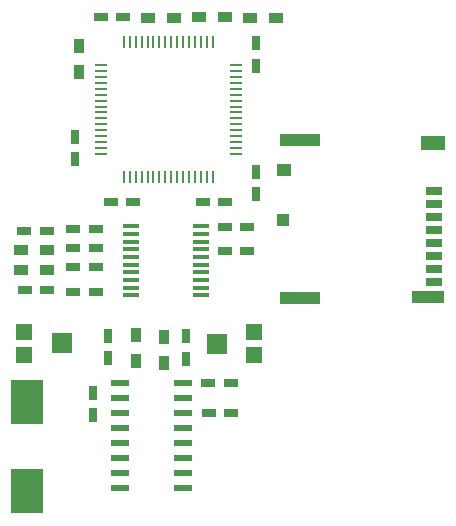
<source format=gtp>
G04 #@! TF.GenerationSoftware,KiCad,Pcbnew,no-vcs-found-7448~57~ubuntu16.04.1*
G04 #@! TF.CreationDate,2017-01-12T10:35:14+02:00*
G04 #@! TF.ProjectId,sd_wav_pcm5100,73645F7761765F70636D353130302E6B,rev?*
G04 #@! TF.FileFunction,Paste,Top*
G04 #@! TF.FilePolarity,Positive*
%FSLAX46Y46*%
G04 Gerber Fmt 4.6, Leading zero omitted, Abs format (unit mm)*
G04 Created by KiCad (PCBNEW no-vcs-found-7448~57~ubuntu16.04.1) date Thu Jan 12 10:35:14 2017*
%MOMM*%
%LPD*%
G01*
G04 APERTURE LIST*
%ADD10C,0.100000*%
%ADD11R,1.700000X1.800000*%
%ADD12R,1.400000X1.400000*%
%ADD13R,1.200000X0.900000*%
%ADD14R,1.200000X0.750000*%
%ADD15R,0.750000X1.200000*%
%ADD16R,2.700000X3.750000*%
%ADD17R,0.250000X1.000000*%
%ADD18R,1.000000X0.250000*%
%ADD19R,1.450000X0.450000*%
%ADD20R,1.500000X0.500000*%
%ADD21R,1.400000X0.800000*%
%ADD22R,2.800000X1.000000*%
%ADD23R,3.400000X1.000000*%
%ADD24R,2.000000X1.200000*%
%ADD25R,1.200000X1.000000*%
%ADD26R,1.000000X1.000000*%
%ADD27R,0.900000X1.200000*%
G04 APERTURE END LIST*
D10*
D11*
X78796620Y-103242220D03*
D12*
X81997020Y-104217580D03*
X81999560Y-102249080D03*
D13*
X72950000Y-75625000D03*
X75150000Y-75625000D03*
D11*
X65693380Y-103175000D03*
D12*
X62492980Y-102199640D03*
X62490440Y-104168140D03*
D14*
X79525000Y-91225000D03*
X77625000Y-91225000D03*
D15*
X66825000Y-87625000D03*
X66825000Y-85725000D03*
D14*
X70875000Y-75600000D03*
X68975000Y-75600000D03*
D15*
X82100000Y-90575000D03*
X82100000Y-88675000D03*
D14*
X71750000Y-91250000D03*
X69850000Y-91250000D03*
D15*
X82150000Y-77800000D03*
X82150000Y-79700000D03*
D14*
X62525000Y-93650000D03*
X64425000Y-93650000D03*
X62550000Y-98700000D03*
X64450000Y-98700000D03*
D15*
X76175000Y-102600000D03*
X76175000Y-104500000D03*
D14*
X68575000Y-95125000D03*
X66675000Y-95125000D03*
X66650000Y-98825000D03*
X68550000Y-98825000D03*
X68550000Y-93525000D03*
X66650000Y-93525000D03*
X66675000Y-96775000D03*
X68575000Y-96775000D03*
X80025000Y-109125000D03*
X78125000Y-109125000D03*
X78075000Y-106575000D03*
X79975000Y-106575000D03*
X81400000Y-93325000D03*
X79500000Y-93325000D03*
D15*
X69600000Y-102575000D03*
X69600000Y-104475000D03*
X68350000Y-107375000D03*
X68350000Y-109275000D03*
D14*
X79475000Y-95400000D03*
X81375000Y-95400000D03*
D16*
X62725000Y-108175000D03*
X62725000Y-115725000D03*
D13*
X79525000Y-75600000D03*
X77325000Y-75600000D03*
X81600000Y-75625000D03*
X83800000Y-75625000D03*
D17*
X70950000Y-77700000D03*
X71450000Y-77700000D03*
X71950000Y-77700000D03*
X72450000Y-77700000D03*
X72950000Y-77700000D03*
X73450000Y-77700000D03*
X73950000Y-77700000D03*
X74450000Y-77700000D03*
X74950000Y-77700000D03*
X75450000Y-77700000D03*
X75950000Y-77700000D03*
X76450000Y-77700000D03*
X76950000Y-77700000D03*
X77450000Y-77700000D03*
X77950000Y-77700000D03*
X78450000Y-77700000D03*
D18*
X80400000Y-79650000D03*
X80400000Y-80150000D03*
X80400000Y-80650000D03*
X80400000Y-81150000D03*
X80400000Y-81650000D03*
X80400000Y-82150000D03*
X80400000Y-82650000D03*
X80400000Y-83150000D03*
X80400000Y-83650000D03*
X80400000Y-84150000D03*
X80400000Y-84650000D03*
X80400000Y-85150000D03*
X80400000Y-85650000D03*
X80400000Y-86150000D03*
X80400000Y-86650000D03*
X80400000Y-87150000D03*
D17*
X78450000Y-89100000D03*
X77950000Y-89100000D03*
X77450000Y-89100000D03*
X76950000Y-89100000D03*
X76450000Y-89100000D03*
X75950000Y-89100000D03*
X75450000Y-89100000D03*
X74950000Y-89100000D03*
X74450000Y-89100000D03*
X73950000Y-89100000D03*
X73450000Y-89100000D03*
X72950000Y-89100000D03*
X72450000Y-89100000D03*
X71950000Y-89100000D03*
X71450000Y-89100000D03*
X70950000Y-89100000D03*
D18*
X69000000Y-87150000D03*
X69000000Y-86650000D03*
X69000000Y-86150000D03*
X69000000Y-85650000D03*
X69000000Y-85150000D03*
X69000000Y-84650000D03*
X69000000Y-84150000D03*
X69000000Y-83650000D03*
X69000000Y-83150000D03*
X69000000Y-82650000D03*
X69000000Y-82150000D03*
X69000000Y-81650000D03*
X69000000Y-81150000D03*
X69000000Y-80650000D03*
X69000000Y-80150000D03*
X69000000Y-79650000D03*
D19*
X77470000Y-93280000D03*
X77470000Y-93930000D03*
X77470000Y-94580000D03*
X77470000Y-95230000D03*
X77470000Y-95880000D03*
X77470000Y-96530000D03*
X77470000Y-97180000D03*
X77470000Y-97830000D03*
X77470000Y-98480000D03*
X77470000Y-99130000D03*
X71570000Y-99130000D03*
X71570000Y-98480000D03*
X71570000Y-97830000D03*
X71570000Y-97180000D03*
X71570000Y-96530000D03*
X71570000Y-95880000D03*
X71570000Y-95230000D03*
X71570000Y-94580000D03*
X71570000Y-93930000D03*
X71570000Y-93280000D03*
D20*
X75984002Y-115470328D03*
X75984002Y-114200328D03*
X75984002Y-112930328D03*
X75984002Y-111660328D03*
X75984002Y-110390328D03*
X75984002Y-109120328D03*
X75984002Y-107850328D03*
X75984002Y-106580328D03*
X70584002Y-106580328D03*
X70584002Y-107850328D03*
X70584002Y-109120328D03*
X70584002Y-110390328D03*
X70584002Y-111660328D03*
X70584002Y-112930328D03*
X70584002Y-114200328D03*
X70584002Y-115470328D03*
D21*
X97161620Y-98016380D03*
X97161620Y-96916380D03*
X97161620Y-95816380D03*
X97161620Y-94716380D03*
X97161620Y-93616380D03*
X97161620Y-92516380D03*
X97161620Y-91416380D03*
X97161620Y-90316380D03*
D22*
X96661240Y-99288260D03*
D23*
X85884020Y-99374620D03*
X85891640Y-86015540D03*
D24*
X97136220Y-86241600D03*
D25*
X84497840Y-88521860D03*
D26*
X84419100Y-92789060D03*
D27*
X67175000Y-78000000D03*
X67175000Y-80200000D03*
D13*
X64450000Y-95300000D03*
X62250000Y-95300000D03*
X62275000Y-97025000D03*
X64475000Y-97025000D03*
D27*
X74375000Y-102625000D03*
X74375000Y-104825000D03*
X71950000Y-102475000D03*
X71950000Y-104675000D03*
M02*

</source>
